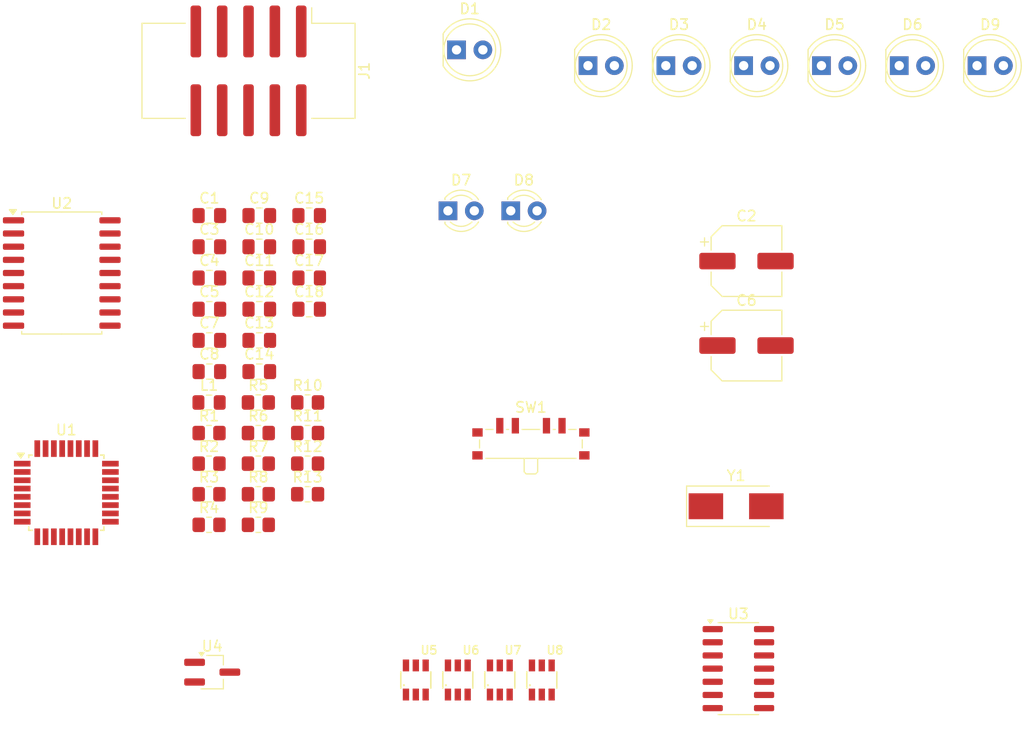
<source format=kicad_pcb>
(kicad_pcb (version 20240108) (generator "pcbnew") (generator_version "8.0")
  (layers (0 "F.Cu" signal) (31 "B.Cu" signal) (34 "B.Paste" user) (35 "F.Paste" user) (36 "B.SilkS" user "B.Silkscreen") (37 "F.SilkS" user "F.Silkscreen") (38 "B.Mask" user) (39 "F.Mask" user) (44 "Edge.Cuts" user))
  (net 0 "")
  (net 1 "GND")
  (net 2 "+24V")
  (net 3 "+5V")
  (net 4 "Net-(U4-OUT)")
  (net 5 "Net-(U1-PB6{slash}XTAL1)")
  (net 6 "Net-(U1-PB7{slash}XTAL2)")
  (net 7 "+5VA")
  (net 8 "Net-(U6-I)")
  (net 9 "Net-(U7-I)")
  (net 10 "Net-(U8-I)")
  (net 11 "Net-(U5-I)")
  (net 12 "/isp_mosi")
  (net 13 "/isp_sck")
  (net 14 "/{slash}reset")
  (net 15 "/isp_miso")
  (net 17 "Net-(D1-K)")
  (net 18 "Net-(D2-K)")
  (net 19 "Net-(D3-K)")
  (net 20 "Net-(D4-K)")
  (net 21 "Net-(D5-K)")
  (net 22 "Net-(D6-K)")
  (net 23 "Net-(D7-K)")
  (net 24 "Net-(D8-K)")
  (net 25 "/p_sens_1")
  (net 26 "/p_sens_2")
  (net 27 "Net-(J10-Pin_1)")
  (net 28 "/nz_led")
  (net 29 "Net-(D9-K)")
  (net 30 "/m_trig_l")
  (net 31 "/o_touch_1")
  (net 32 "/uv_sens")
  (net 33 "/o_touch_3")
  (net 34 "/uv_res")
  (net 35 "/o_pump_1")
  (net 36 "/led_sck")
  (net 37 "/o_uv_light")
  (net 38 "/ft_res")
  (net 39 "/m_trig_r")
  (net 40 "/o_pump_2")
  (net 41 "/o_touch_4")
  (net 42 "/usart_rxd")
  (net 43 "/led_sda")
  (net 44 "/o_touch_2")
  (net 45 "/usart_txd")
  (net 46 "Net-(D1-A)")
  (net 47 "Net-(D2-A)")
  (net 48 "Net-(D3-A)")
  (net 49 "Net-(D4-A)")
  (net 50 "Net-(D5-A)")
  (net 51 "Net-(D6-A)")
  (net 52 "Net-(D7-A)")
  (net 53 "Net-(D8-A)")
  (net 54 "/o_qty_led")
  (net 55 "Net-(J4-Pin_2)")
  (net 56 "Net-(J5-Pin_2)")
  (net 57 "Net-(J3-Pin_2)")
  (footprint "Capacitor_SMD:C_0805_2012Metric_Pad1.18x1.45mm_HandSolder" (layer "F.Cu") (at 131.0375 101.5)
    (property "Reference" "C13" (at 0 -1.68 0) (layer "F.SilkS"))
    (property "Value" "C_Small")
    (pad "1" smd roundrect (at -1.0375 0) (size 1.175 1.45) (layers "F.Cu" "F.Paste" "F.Mask") (roundrect_rratio 0.212766) (net 3 "+5V"))
    (pad "2" smd roundrect (at 1.0375 0) (size 1.175 1.45) (layers "F.Cu" "F.Paste" "F.Mask") (roundrect_rratio 0.212766) (net 1 "GND"))
  )
  (footprint "Resistor_SMD:R_0805_2012Metric_Pad1.20x1.40mm_HandSolder" (layer "F.Cu") (at 135.6975 116.34)
    (property "Reference" "R13" (at 0 -1.65 0) (layer "F.SilkS"))
    (property "Value" "R_Small_US")
    (pad "1" smd roundrect (at -1 0) (size 1.2 1.4) (layers "F.Cu" "F.Paste" "F.Mask") (roundrect_rratio 0.208333) (net 29 "Net-(D9-K)"))
    (pad "2" smd roundrect (at 1 0) (size 1.2 1.4) (layers "F.Cu" "F.Paste" "F.Mask") (roundrect_rratio 0.208333) (net 1 "GND"))
  )
  (footprint "Resistor_SMD:R_0805_2012Metric_Pad1.20x1.40mm_HandSolder" (layer "F.Cu") (at 135.6975 110.44)
    (property "Reference" "R11" (at 0 -1.65 0) (layer "F.SilkS"))
    (property "Value" "R_Small_US")
    (pad "1" smd roundrect (at -1 0) (size 1.2 1.4) (layers "F.Cu" "F.Paste" "F.Mask") (roundrect_rratio 0.208333) (net 26 "/p_sens_2"))
    (pad "2" smd roundrect (at 1 0) (size 1.2 1.4) (layers "F.Cu" "F.Paste" "F.Mask") (roundrect_rratio 0.208333) (net 1 "GND"))
  )
  (footprint "Resistor_SMD:R_0805_2012Metric_Pad1.20x1.40mm_HandSolder" (layer "F.Cu") (at 126.1975 119.29)
    (property "Reference" "R4" (at 0 -1.65 0) (layer "F.SilkS"))
    (property "Value" "R_Small_US")
    (pad "1" smd roundrect (at -1 0) (size 1.2 1.4) (layers "F.Cu" "F.Paste" "F.Mask") (roundrect_rratio 0.208333) (net 1 "GND"))
    (pad "2" smd roundrect (at 1 0) (size 1.2 1.4) (layers "F.Cu" "F.Paste" "F.Mask") (roundrect_rratio 0.208333) (net 19 "Net-(D3-K)"))
  )
  (footprint "LED_THT:LED_D5.0mm_Clear" (layer "F.Cu") (at 150.05 73.475)
    (property "Reference" "D1" (at 1.27 -3.96 0) (layer "F.SilkS"))
    (property "Value" "LED")
    (pad "1" thru_hole rect (at 0 0) (size 1.8 1.8) (drill 0.9) (layers "*.Cu" "*.Mask") (net 17 "Net-(D1-K)"))
    (pad "2" thru_hole circle (at 2.54 0) (size 1.8 1.8) (drill 0.9) (layers "*.Cu" "*.Mask") (net 46 "Net-(D1-A)"))
  )
  (footprint "Hardware:SOT23-6" (layer "F.Cu") (at 146.126 134.256)
    (property "Reference" "U5" (at 1.27 -2.8704 0) (layer "F.SilkS") (effects (font (size 0.8 0.8))))
    (property "Value" "TTP223-BA6")
    (pad "1" smd rect (at -0.95 1.404) (size 0.6096 1.143) (layers "F.Cu" "F.Paste" "F.Mask") (net 31 "/o_touch_1"))
    (pad "2" smd rect (at 0 1.404) (size 0.6096 1.143) (layers "F.Cu" "F.Paste" "F.Mask") (net 1 "GND"))
    (pad "3" smd rect (at 0.95 1.404) (size 0.6096 1.143) (layers "F.Cu" "F.Paste" "F.Mask") (net 11 "Net-(U5-I)"))
    (pad "4" smd rect (at 0.95 -1.404) (size 0.6096 1.143) (layers "F.Cu" "F.Paste" "F.Mask") (net 3 "+5V"))
    (pad "5" smd rect (at 0 -1.404) (size 0.6096 1.143) (layers "F.Cu" "F.Paste" "F.Mask") (net 3 "+5V"))
    (pad "6" smd rect (at -0.95 -1.404) (size 0.6096 1.143) (layers "F.Cu" "F.Paste" "F.Mask") (net 1 "GND"))
  )
  (footprint "Capacitor_SMD:C_0805_2012Metric_Pad1.18x1.45mm_HandSolder" (layer "F.Cu") (at 135.8475 98.49)
    (property "Reference" "C18" (at 0 -1.68 0) (layer "F.SilkS"))
    (property "Value" "C_Small")
    (pad "1" smd roundrect (at -1.0375 0) (size 1.175 1.45) (layers "F.Cu" "F.Paste" "F.Mask") (roundrect_rratio 0.212766) (net 11 "Net-(U5-I)"))
    (pad "2" smd roundrect (at 1.0375 0) (size 1.175 1.45) (layers "F.Cu" "F.Paste" "F.Mask") (roundrect_rratio 0.212766) (net 1 "GND"))
  )
  (footprint "Hardware:SOT23-6" (layer "F.Cu") (at 154.222 134.256)
    (property "Reference" "U7" (at 1.27 -2.8704 0) (layer "F.SilkS") (effects (font (size 0.8 0.8))))
    (property "Value" "TTP223-BA6")
    (pad "1" smd rect (at -0.95 1.404) (size 0.6096 1.143) (layers "F.Cu" "F.Paste" "F.Mask") (net 33 "/o_touch_3"))
    (pad "2" smd rect (at 0 1.404) (size 0.6096 1.143) (layers "F.Cu" "F.Paste" "F.Mask") (net 1 "GND"))
    (pad "3" smd rect (at 0.95 1.404) (size 0.6096 1.143) (layers "F.Cu" "F.Paste" "F.Mask") (net 9 "Net-(U7-I)"))
    (pad "4" smd rect (at 0.95 -1.404) (size 0.6096 1.143) (layers "F.Cu" "F.Paste" "F.Mask") (net 3 "+5V"))
    (pad "5" smd rect (at 0 -1.404) (size 0.6096 1.143) (layers "F.Cu" "F.Paste" "F.Mask") (net 3 "+5V"))
    (pad "6" smd rect (at -0.95 -1.404) (size 0.6096 1.143) (layers "F.Cu" "F.Paste" "F.Mask") (net 1 "GND"))
  )
  (footprint "Capacitor_SMD:C_0805_2012Metric_Pad1.18x1.45mm_HandSolder" (layer "F.Cu") (at 126.2275 98.49)
    (property "Reference" "C5" (at 0 -1.68 0) (layer "F.SilkS"))
    (property "Value" "C_Small")
    (pad "1" smd roundrect (at -1.0375 0) (size 1.175 1.45) (layers "F.Cu" "F.Paste" "F.Mask") (roundrect_rratio 0.212766) (net 3 "+5V"))
    (pad "2" smd roundrect (at 1.0375 0) (size 1.175 1.45) (layers "F.Cu" "F.Paste" "F.Mask") (roundrect_rratio 0.212766) (net 1 "GND"))
  )
  (footprint "LED_THT:LED_D3.0mm_Clear" (layer "F.Cu") (at 149.225 89)
    (property "Reference" "D7" (at 1.27 -2.96 0) (layer "F.SilkS"))
    (property "Value" "LED")
    (pad "1" thru_hole rect (at 0 0) (size 1.8 1.8) (drill 0.9) (layers "*.Cu" "*.Mask") (net 23 "Net-(D7-K)"))
    (pad "2" thru_hole circle (at 2.54 0) (size 1.8 1.8) (drill 0.9) (layers "*.Cu" "*.Mask") (net 52 "Net-(D7-A)"))
  )
  (footprint "Resistor_SMD:R_0805_2012Metric_Pad1.20x1.40mm_HandSolder" (layer "F.Cu") (at 135.6975 113.39)
    (property "Reference" "R12" (at 0 -1.65 0) (layer "F.SilkS"))
    (property "Value" "R_Small_US")
    (pad "1" smd roundrect (at -1 0) (size 1.2 1.4) (layers "F.Cu" "F.Paste" "F.Mask") (roundrect_rratio 0.208333) (net 27 "Net-(J10-Pin_1)"))
    (pad "2" smd roundrect (at 1 0) (size 1.2 1.4) (layers "F.Cu" "F.Paste" "F.Mask") (roundrect_rratio 0.208333) (net 28 "/nz_led"))
  )
  (footprint "Capacitor_SMD:C_0805_2012Metric_Pad1.18x1.45mm_HandSolder" (layer "F.Cu") (at 131.0375 98.49)
    (property "Reference" "C12" (at 0 -1.68 0) (layer "F.SilkS"))
    (property "Value" "C_Small")
    (pad "1" smd roundrect (at -1.0375 0) (size 1.175 1.45) (layers "F.Cu" "F.Paste" "F.Mask") (roundrect_rratio 0.212766) (net 6 "Net-(U1-PB7{slash}XTAL2)"))
    (pad "2" smd roundrect (at 1.0375 0) (size 1.175 1.45) (layers "F.Cu" "F.Paste" "F.Mask") (roundrect_rratio 0.212766) (net 1 "GND"))
  )
  (footprint "Capacitor_SMD:C_0805_2012Metric_Pad1.18x1.45mm_HandSolder" (layer "F.Cu") (at 131.0375 95.48)
    (property "Reference" "C11" (at 0 -1.68 0) (layer "F.SilkS"))
    (property "Value" "C_Small")
    (pad "1" smd roundrect (at -1.0375 0) (size 1.175 1.45) (layers "F.Cu" "F.Paste" "F.Mask") (roundrect_rratio 0.212766) (net 5 "Net-(U1-PB6{slash}XTAL1)"))
    (pad "2" smd roundrect (at 1.0375 0) (size 1.175 1.45) (layers "F.Cu" "F.Paste" "F.Mask") (roundrect_rratio 0.212766) (net 1 "GND"))
  )
  (footprint "LED_THT:LED_D5.0mm_Clear" (layer "F.Cu") (at 177.725 75)
    (property "Reference" "D4" (at 1.27 -3.96 0) (layer "F.SilkS"))
    (property "Value" "LED")
    (pad "1" thru_hole rect (at 0 0) (size 1.8 1.8) (drill 0.9) (layers "*.Cu" "*.Mask") (net 20 "Net-(D4-K)"))
    (pad "2" thru_hole circle (at 2.54 0) (size 1.8 1.8) (drill 0.9) (layers "*.Cu" "*.Mask") (net 49 "Net-(D4-A)"))
  )
  (footprint "Resistor_SMD:R_0805_2012Metric_Pad1.20x1.40mm_HandSolder" (layer "F.Cu") (at 130.9475 107.49)
    (property "Reference" "R5" (at 0 -1.65 0) (layer "F.SilkS"))
    (property "Value" "R_Small_US")
    (pad "1" smd roundrect (at -1 0) (size 1.2 1.4) (layers "F.Cu" "F.Paste" "F.Mask") (roundrect_rratio 0.208333) (net 20 "Net-(D4-K)"))
    (pad "2" smd roundrect (at 1 0) (size 1.2 1.4) (layers "F.Cu" "F.Paste" "F.Mask") (roundrect_rratio 0.208333) (net 1 "GND"))
  )
  (footprint "Resistor_SMD:R_0805_2012Metric_Pad1.20x1.40mm_HandSolder" (layer "F.Cu") (at 135.6975 107.49)
    (property "Reference" "R10" (at 0 -1.65 0) (layer "F.SilkS"))
    (property "Value" "R_Small_US")
    (pad "1" smd roundrect (at -1 0) (size 1.2 1.4) (layers "F.Cu" "F.Paste" "F.Mask") (roundrect_rratio 0.208333) (net 25 "/p_sens_1"))
    (pad "2" smd roundrect (at 1 0) (size 1.2 1.4) (layers "F.Cu" "F.Paste" "F.Mask") (roundrect_rratio 0.208333) (net 1 "GND"))
  )
  (footprint "Capacitor_SMD:C_0805_2012Metric_Pad1.18x1.45mm_HandSolder" (layer "F.Cu") (at 135.8475 92.47)
    (property "Reference" "C16" (at 0 -1.68 0) (layer "F.SilkS"))
    (property "Value" "C_Small")
    (pad "1" smd roundrect (at -1.0375 0) (size 1.175 1.45) (layers "F.Cu" "F.Paste" "F.Mask") (roundrect_rratio 0.212766) (net 9 "Net-(U7-I)"))
    (pad "2" smd roundrect (at 1.0375 0) (size 1.175 1.45) (layers "F.Cu" "F.Paste" "F.Mask") (roundrect_rratio 0.212766) (net 1 "GND"))
  )
  (footprint "LED_THT:LED_D5.0mm_Clear" (layer "F.Cu") (at 170.225 75)
    (property "Reference" "D3" (at 1.27 -3.96 0) (layer "F.SilkS"))
    (property "Value" "LED")
    (pad "1" thru_hole rect (at 0 0) (size 1.8 1.8) (drill 0.9) (layers "*.Cu" "*.Mask") (net 19 "Net-(D3-K)"))
    (pad "2" thru_hole circle (at 2.54 0) (size 1.8 1.8) (drill 0.9) (layers "*.Cu" "*.Mask") (net 48 "Net-(D3-A)"))
  )
  (footprint "Capacitor_SMD:C_0805_2012Metric_Pad1.18x1.45mm_HandSolder" (layer "F.Cu") (at 126.2275 89.46)
    (property "Reference" "C1" (at 0 -1.68 0) (layer "F.SilkS"))
    (property "Value" "C_Small")
    (pad "1" smd roundrect (at -1.0375 0) (size 1.175 1.45) (layers "F.Cu" "F.Paste" "F.Mask") (roundrect_rratio 0.212766) (net 2 "+24V"))
    (pad "2" smd roundrect (at 1.0375 0) (size 1.175 1.45) (layers "F.Cu" "F.Paste" "F.Mask") (roundrect_rratio 0.212766) (net 1 "GND"))
  )
  (footprint "Capacitor_SMD:CP_Elec_6.3x5.4" (layer "F.Cu") (at 178 93.85)
    (property "Reference" "C2" (at 0 -4.35 0) (layer "F.SilkS"))
    (property "Value" "C_Polarized_Small_US")
    (pad "1" smd roundrect (at -2.8 0) (size 3.5 1.6) (layers "F.Cu" "F.Paste" "F.Mask") (roundrect_rratio 0.15625) (net 4 "Net-(U4-OUT)"))
    (pad "2" smd roundrect (at 2.8 0) (size 3.5 1.6) (layers "F.Cu" "F.Paste" "F.Mask") (roundrect_rratio 0.15625) (net 1 "GND"))
  )
  (footprint "Resistor_SMD:R_0805_2012Metric_Pad1.20x1.40mm_HandSolder" (layer "F.Cu") (at 130.9475 113.39)
    (property "Reference" "R7" (at 0 -1.65 0) (layer "F.SilkS"))
    (property "Value" "R_Small_US")
    (pad "1" smd roundrect (at -1 0) (size 1.2 1.4) (layers "F.Cu" "F.Paste" "F.Mask") (roundrect_rratio 0.208333) (net 22 "Net-(D6-K)"))
    (pad "2" smd roundrect (at 1 0) (size 1.2 1.4) (layers "F.Cu" "F.Paste" "F.Mask") (roundrect_rratio 0.208333) (net 1 "GND"))
  )
  (footprint "Resistor_SMD:R_0805_2012Metric_Pad1.20x1.40mm_HandSolder" (layer "F.Cu") (at 130.9475 110.44)
    (property "Reference" "R6" (at 0 -1.65 0) (layer "F.SilkS"))
    (property "Value" "R_Small_US")
    (pad "1" smd roundrect (at -1 0) (size 1.2 1.4) (layers "F.Cu" "F.Paste" "F.Mask") (roundrect_rratio 0.208333) (net 1 "GND"))
    (pad "2" smd roundrect (at 1 0) (size 1.2 1.4) (layers "F.Cu" "F.Paste" "F.Mask") (roundrect_rratio 0.208333) (net 21 "Net-(D5-K)"))
  )
  (footprint "Inductor_SMD:L_0805_2012Metric_Pad1.15x1.40mm_HandSolder" (layer "F.Cu") (at 126.1975 107.49)
    (property "Reference" "L1" (at 0 -1.65 0) (layer "F.SilkS"))
    (property "Value" "L_Ferrite_Small")
    (pad "1" smd roundrect (at -1.025 0) (size 1.15 1.4) (layers "F.Cu" "F.Paste" "F.Mask") (roundrect_rratio 0.217391) (net 3 "+5V"))
    (pad "2" smd roundrect (at 1.025 0) (size 1.15 1.4) (layers "F.Cu" "F.Paste" "F.Mask") (roundrect_rratio 0.217391) (net 7 "+5VA"))
  )
  (footprint "Capacitor_SMD:C_0805_2012Metric_Pad1.18x1.45mm_HandSolder" (layer "F.Cu") (at 135.8475 95.48)
    (property "Reference" "C17" (at 0 -1.68 0) (layer "F.SilkS"))
    (property "Value" "C_Small")
    (pad "1" smd roundrect (at -1.0375 0) (size 1.175 1.45) (layers "F.Cu" "F.Paste" "F.Mask") (roundrect_rratio 0.212766) (net 10 "Net-(U8-I)"))
    (pad "2" smd roundrect (at 1.0375 0) (size 1.175 1.45) (layers "F.Cu" "F.Paste" "F.Mask") (roundrect_rratio 0.212766) (net 1 "GND"))
  )
  (footprint "Capacitor_SMD:C_0805_2012Metric_Pad1.18x1.45mm_HandSolder" (layer "F.Cu") (at 131.0375 104.51)
    (property "Reference" "C14" (at 0 -1.68 0) (layer "F.SilkS"))
    (property "Value" "C_Small")
    (pad "1" smd roundrect (at -1.0375 0) (size 1.175 1.45) (layers "F.Cu" "F.Paste" "F.Mask") (roundrect_rratio 0.212766) (net 7 "+5VA"))
    (pad "2" smd roundrect (at 1.0375 0) (size 1.175 1.45) (layers "F.Cu" "F.Paste" "F.Mask") (roundrect_rratio 0.212766) (net 1 "GND"))
  )
  (footprint "Capacitor_SMD:C_0805_2012Metric_Pad1.18x1.45mm_HandSolder" (layer "F.Cu") (at 126.2275 101.5)
    (property "Reference" "C7" (at 0 -1.68 0) (layer "F.SilkS"))
    (property "Value" "C_Small")
    (pad "1" smd roundrect (at -1.0375 0) (size 1.175 1.45) (layers "F.Cu" "F.Paste" "F.Mask") (roundrect_rratio 0.212766) (net 3 "+5V"))
    (pad "2" smd roundrect (at 1.0375 0) (size 1.175 1.45) (layers "F.Cu" "F.Paste" "F.Mask") (roundrect_rratio 0.212766) (net 1 "GND"))
  )
  (footprint "Capacitor_SMD:CP_Elec_6.3x5.4" (layer "F.Cu") (at 178 102)
    (property "Reference" "C6" (at 0 -4.35 0) (layer "F.SilkS"))
    (property "Value" "C_Polarized_Small_US")
    (pad "1" smd roundrect (at -2.8 0) (size 3.5 1.6) (layers "F.Cu" "F.Paste" "F.Mask") (roundrect_rratio 0.15625) (net 2 "+24V"))
    (pad "2" smd roundrect (at 2.8 0) (size 3.5 1.6) (layers "F.Cu" "F.Paste" "F.Mask") (roundrect_rratio 0.15625) (net 1 "GND"))
  )
  (footprint "LED_THT:LED_D5.0mm_Clear" (layer "F.Cu") (at 200.225 75)
    (property "Reference" "D9" (at 1.27 -3.96 0) (layer "F.SilkS"))
    (property "Value" "LED")
    (pad "1" thru_hole rect (at 0 0) (size 1.8 1.8) (drill 0.9) (layers "*.Cu" "*.Mask") (net 29 "Net-(D9-K)"))
    (pad "2" thru_hole circle (at 2.54 0) (size 1.8 1.8) (drill 0.9) (layers "*.Cu" "*.Mask") (net 54 "/o_qty_led"))
  )
  (footprint "Resistor_SMD:R_0805_2012Metric_Pad1.20x1.40mm_HandSolder" (layer "F.Cu") (at 130.9475 119.29)
    (property "Reference" "R9" (at 0 -1.65 0) (layer "F.SilkS"))
    (property "Value" "R_Small_US")
    (pad "1" smd roundrect (at -1 0) (size 1.2 1.4) (layers "F.Cu" "F.Paste" "F.Mask") (roundrect_rratio 0.208333) (net 24 "Net-(D8-K)"))
    (pad "2" smd roundrect (at 1 0) (size 1.2 1.4) (layers "F.Cu" "F.Paste" "F.Mask") (roundrect_rratio 0.208333) (net 1 "GND"))
  )
  (footprint "Package_SO:SOIC-18W_7.5x11.6mm_P1.27mm" (layer "F.Cu") (at 112 95)
    (property "Reference" "U2" (at 0 -6.72 0) (layer "F.SilkS"))
    (property "Value" "ULN2803A")
    (pad "1" smd roundrect (at -4.65 -5.08) (size 2.05 0.6) (layers "F.Cu" "F.Paste" "F.Mask") (net 35 "/o_pump_1"))
    (pad "2" smd roundrect (at -4.65 -3.81) (size 2.05 0.6) (layers "F.Cu" "F.Paste" "F.Mask") (net 35 "/o_pump_1"))
    (pad "3" smd roundrect (at -4.65 -2.54) (size 2.05 0.6) (layers "F.Cu" "F.Paste" "F.Mask") (net 35 "/o_pump_1"))
    (pad "4" smd roundrect (at -4.65 -1.27) (size 2.05 0.6) (layers "F.Cu" "F.Paste" "F.Mask") (net 40 "/o_pump_2"))
    (pad "5" smd roundrect (at -4.65 0) (size 2.05 0.6) (layers "F.Cu" "F.Paste" "F.Mask") (net 40 "/o_pump_2"))
    (pad "6" smd roundrect (at -4.65 1.27) (size 2.05 0.6) (layers "F.Cu" "F.Paste" "F.Mask") (net 40 "/o_pump_2"))
    (pad "7" smd roundrect (at -4.65 2.54) (size 2.05 0.6) (layers "F.Cu" "F.Paste" "F.Mask") (net 37 "/o_uv_light"))
    (pad "8" smd roundrect (at -4.65 3.81) (size 2.05 0.6) (layers "F.Cu" "F.Paste" "F.Mask") (net 37 "/o_uv_light"))
    (pad "9" smd roundrect (at -4.65 5.08) (size 2.05 0.6) (layers "F.Cu" "F.Paste" "F.Mask") (net 1 "GND"))
    (pad "10" smd roundrect (at 4.65 5.08) (size 2.05 0.6) (layers "F.Cu" "F.Paste" "F.Mask") (net 2 "+24V"))
    (pad "11" smd roundrect (at 4.65 3.81) (size 2.05 0.6) (layers "F.Cu" "F.Paste" "F.Mask") (net 56 "Net-(J5-Pin_2)"))
    (pad "12" smd roundrect (at 4.65 2.54) (size 2.05 0.6) (layers "F.Cu" "F.Paste" "F.Mask") (net 56 "Net-(J5-Pin_2)"))
    (pad "13" smd roundrect (at 4.65 1.27) (size 2.05 0.6) (layers "F.Cu" "F.Paste" "F.Mask") (net 55 "Net-(J4-Pin_2)"))
    (pad "14" smd roundrect (at 4.65 0) (size 2.05 0.6) (layers "F.Cu" "F.Paste" "F.Mask") (net 55 "Net-(J4-Pin_2)"))
    (pad "15" smd roundrect (at 4.65 -1.27) (size 2.05 0.6) (layers "F.Cu" "F.Paste" "F.Mask") (net 55 "Net-(J4-Pin_2)"))
    (pad "16" smd roundrect (at 4.65 -2.54) (size 2.05 0.6) (layers "F.Cu" "F.Paste" "F.Mask") (net 57 "Net-(J3-Pin_2)"))
    (pad "17" smd roundrect (at 4.65 -3.81) (size 2.05 0.6) (layers "F.Cu" "F.Paste" "F.Mask") (net 57 "Net-(J3-Pin_2)"))
    (pad "18" smd roundrect (at 4.65 -5.08) (size 2.05 0.6) (layers "F.Cu" "F.Paste" "F.Mask") (net 57 "Net-(J3-Pin_2)"))
  )
  (footprint "Capacitor_SMD:C_0805_2012Metric_Pad1.18x1.45mm_HandSolder" (layer "F.Cu") (at 131.0375 89.46)
    (property "Reference" "C9" (at 0 -1.68 0) (layer "F.SilkS"))
    (property "Value" "C_Small")
    (pad "1" smd roundrect (at -1.0375 0) (size 1.175 1.45) (layers "F.Cu" "F.Paste" "F.Mask") (roundrect_rratio 0.212766) (net 3 "+5V"))
    (pad "2" smd roundrect (at 1.0375 0) (size 1.175 1.45) (layers "F.Cu" "F.Paste" "F.Mask") (roundrect_rratio 0.212766) (net 1 "GND"))
  )
  (footprint "Button_Switch_SMD:SW_SP3T_PCM13" (layer "F.Cu") (at 157.22 111.16)
    (property "Reference" "SW1" (at 0 -3.2 0) (layer "F.SilkS"))
    (property "Value" "SW_MEC_5E")
    (pad "" smd rect (at -5.15 -0.78) (size 1 0.8) (layers "F.Cu" "F.Paste" "F.Mask"))
    (pad "" smd rect (at -5.15 1.43) (size 1 0.8) (layers "F.Cu" "F.Paste" "F.Mask"))
    (pad "" np_thru_hole circle (at -2.5 0.33) (size 0.9 0.9) (drill 0.9) (layers "*.Cu" "*.Mask"))
    (pad "" np_thru_hole circle (at 2.5 0.33) (size 0.9 0.9) (drill 0.9) (layers "*.Cu" "*.Mask"))
    (pad "" smd rect (at 5.15 -0.78) (size 1 0.8) (layers "F.Cu" "F.Paste" "F.Mask"))
    (pad "" smd rect (at 5.15 1.43) (size 1 0.8) (layers "F.Cu" "F.Paste" "F.Mask"))
    (pad "1" smd rect (at -3 -1.43) (size 0.7 1.5) (layers "F.Cu" "F.Paste" "F.Mask") (net 1 "GND"))
    (pad "2" smd rect (at -1.5 -1.43) (size 0.7 1.5) (layers "F.Cu" "F.Paste" "F.Mask") (net 1 "GND"))
    (pad "3" smd rect (at 1.5 -1.43) (size 0.7 1.5) (layers "F.Cu" "F.Paste" "F.Mask") (net 14 "/{slash}reset"))
    (pad "4" smd rect (at 3 -1.43) (size 0.7 1.5) (layers "F.Cu" "F.Paste" "F.Mask") (net 14 "/{slash}reset"))
  )
  (footprint "Resistor_SMD:R_0805_2012Metric_Pad1.20x1.40mm_HandSolder" (layer "F.Cu") (at 126.1975 113.39)
    (property "Reference" "R2" (at 0 -1.65 0) (layer "F.SilkS"))
    (property "Value" "R_Small_US")
    (pad "1" smd roundrect (at -1 0) (size 1.2 1.4) (layers "F.Cu" "F.Paste" "F.Mask") (roundrect_rratio 0.208333) (net 1 "GND"))
    (pad "2" smd roundrect (at 1 0) (size 1.2 1.4) (layers "F.Cu" "F.Paste" "F.Mask") (roundrect_rratio 0.208333) (net 17 "Net-(D1-K)"))
  )
  (footprint "Crystal:Crystal_SMD_0603-2Pin_6.0x3.5mm_HandSoldering" (layer "F.Cu") (at 177 117.5)
    (property "Reference" "Y1" (at 0 -2.95 0) (layer "F.SilkS"))
    (property "Value" "Crystal_Small")
    (pad "1" smd rect (at -2.9125 0) (size 3.325 2.5) (layers "F.Cu" "F.Paste" "F.Mask") (net 5 "Net-(U1-PB6{slash}XTAL1)"))
    (pad "2" smd rect (at 2.9125 0) (size 3.325 2.5) (layers "F.Cu" "F.Paste" "F.Mask") (net 6 "Net-(U1-PB7{slash}XTAL2)"))
  )
  (footprint "Package_SO:SOIC-14_3.9x8.7mm_P1.27mm" (layer "F.Cu") (at 177.22 133.16)
    (property "Reference" "U3" (at 0 -5.28 0) (layer "F.SilkS"))
    (property "Value" "74HC164")
    (pad "1" smd roundrect (at -2.475 -3.81) (size 1.95 0.6) (layers "F.Cu" "F.Paste" "F.Mask") (net 43 "/led_sda"))
    (pad "2" smd roundrect (at -2.475 -2.54) (size 1.95 0.6) (layers "F.Cu" "F.Paste" "F.Mask") (net 43 "/led_sda"))
    (pad "3" smd roundrect (at -2.475 -1.27) (size 1.95 0.6) (layers "F.Cu" "F.Paste" "F.Mask") (net 46 "Net-(D1-A)"))
    (pad "4" smd roundrect (at -2.475 0) (size 1.95 0.6) (layers "F.Cu" "F.Paste" "F.Mask") (net 47 "Net-(D2-A)"))
    (pad "5" smd roundrect (at -2.475 1.27) (size 1.95 0.6) (layers "F.Cu" "F.Paste" "F.Mask") (net 48 "Net-(D3-A)"))
    (pad "6" smd roundrect (at -2.475 2.54) (size 1.95 0.6) (layers "F.Cu" "F.Paste" "F.Mask") (net 49 "Net-(D4-A)"))
    (pad "7" smd roundrect (at -2.475 3.81) (size 1.95 0.6) (layers "F.Cu" "F.Paste" "F.Mask") (net 1 "GND"))
    (pad "8" smd roundrect (at 2.475 3.81) (size 1.95 0.6) (layers "F.Cu" "F.Paste" "F.Mask") (net 36 "/led_sck"))
    (pad "9" smd roundrect (at 2.475 2.54) (size 1.95 0.6) (layers "F.Cu" "F.Paste" "F.Mask") (net 3 "+5V"))
    (pad "10" smd roundrect (at 2.475 1.27) (size 1.95 0.6) (layers "F.Cu" "F.Paste" "F.Mask") (net 50 "Net-(D5-A)"))
    (pad "11" smd roundrect (at 2.475 0) (size 1.95 0.6) (layers "F.Cu" "F.Paste" "F.Mask") (net 51 "Net-(D6-A)"))
    (pad "12" smd roundrect (at 2.475 -1.27) (size 1.95 0.6) (layers "F.Cu" "F.Paste" "F.Mask") (net 52 "Net-(D7-A)"))
    (pad "13" smd roundrect (at 2.475 -2.54) (size 1.95 0.6) (layers "F.Cu" "F.Paste" "F.Mask") (net 53 "Net-(D8-A)"))
    (pad "14" smd roundrect (at 2.475 -3.81) (size 1.95 0.6) (layers "F.Cu" "F.Paste" "F.Mask") (net 3 "+5V"))
  )
  (footprint "Capacitor_SMD:C_0805_2012Metric_Pad1.18x1.45mm_HandSolder" (layer "F.Cu") (at 135.8475 89.46)
    (property "Reference" "C15" (at 0 -1.68 0) (layer "F.SilkS"))
    (property "Value" "C_Small")
    (pad "1" smd roundrect (at -1.0375 0) (size 1.175 1.45) (layers "F.Cu" "F.Paste" "F.Mask") (roundrect_rratio 0.212766) (net 8 "Net-(U6-I)"))
    (pad "2" smd roundrect (at 1.0375 0) (size 1.175 1.45) (layers "F.Cu" "F.Paste" "F.Mask") (roundrect_rratio 0.212766) (net 1 "GND"))
  )
  (footprint "Hardware:SOT23-6" (layer "F.Cu") (at 158.27 134.256)
    (property "Reference" "U8" (at 1.27 -2.8704 0) (layer "F.SilkS") (effects (font (size 0.8 0.8))))
    (property "Value" "TTP223-BA6")
    (pad "1" smd rect (at -0.95 1.404) (size 0.6096 1.143) (layers "F.Cu" "F.Paste" "F.Mask") (net 41 "/o_touch_4"))
    (pad "2" smd rect (at 0 1.404) (size 0.6096 1.143) (layers "F.Cu" "F.Paste" "F.Mask") (net 1 "GND"))
    (pad "3" smd rect (at 0.95 1.404) (size 0.6096 1.143) (layers "F.Cu" "F.Paste" "F.Mask") (net 10 "Net-(U8-I)"))
    (pad "4" smd rect (at 0.95 -1.404) (size 0.6096 1.143) (layers "F.Cu" "F.Paste" "F.Mask") (net 3 "+5V"))
    (pad "5" smd rect (at 0 -1.404) (size 0.6096 1.143) (layers "F.Cu" "F.Paste" "F.Mask") (net 3 "+5V"))
    (pad "6" smd rect (at -0.95 -1.404) (size 0.6096 1.143) (layers "F.Cu" "F.Paste" "F.Mask") (net 1 "GND"))
  )
  (footprint "LED_THT:LED_D3.0mm_Clear" (layer "F.Cu") (at 155.275 89)
    (property "Reference" "D8" (at 1.27 -2.96 0) (layer "F.SilkS"))
    (property "Value" "LED")
    (pad "1" thru_hole rect (at 0 0) (size 1.8 1.8) (drill 0.9) (layers "*.Cu" "*.Mask") (net 24 "Net-(D8-K)"))
    (pad "2" thru_hole circle (at 2.54 0) (size 1.8 1.8) (drill 0.9) (layers "*.Cu" "*.Mask") (net 53 "Net-(D8-A)"))
  )
  (footprint "Package_TO_SOT_SMD:SOT-23W_Handsoldering" (layer "F.Cu") (at 126.5 133.5)
    (property "Reference" "U4" (at 0 -2.5 0) (layer "F.SilkS"))
    (property "Value" "uA7805")
    (pad "1" smd roundrect (at -1.7 -0.95) (size 2 0.7) (layers "F.Cu" "F.Paste" "F.Mask") (net 2 "+24V"))
    (pad "2" smd roundrect (at -1.7 0.95) (size 2 0.7) (layers "F.Cu" "F.Paste" "F.Mask") (net 1 "GND"))
    (pad "3" smd roundrect (at 1.7 0) (size 2 0.7) (layers "F.Cu" "F.Paste" "F.Mask") (net 4 "Net-(U4-OUT)"))
  )
  (footprint "LED_THT:LED_D5.0mm_Clear" (layer "F.Cu") (at 162.725 75)
    (property "Reference" "D2" (at 1.27 -3.96 0) (layer "F.SilkS"))
    (property "Value" "LED")
    (pad "1" thru_hole rect (at 0 0) (size 1.8 1.8) (drill 0.9) (layers "*.Cu" "*.Mask") (net 18 "Net-(D2-K)"))
    (pad "2" thru_hole circle (at 2.54 0) (size 1.8 1.8) (drill 0.9) (layers "*.Cu" "*.Mask") (net 47 "Net-(D2-A)"))
  )
  (footprint "Capacitor_SMD:C_0805_2012Metric_Pad1.18x1.45mm_HandSolder" (layer "F.Cu") (at 126.2275 104.51)
    (property "Reference" "C8" (at 0 -1.68 0) (layer "F.SilkS"))
    (property "Value" "C_Small")
    (pad "1" smd roundrect (at -1.0375 0) (size 1.175 1.45) (layers "F.Cu" "F.Paste" "F.Mask") (roundrect_rratio 0.212766) (net 3 "+5V"))
    (pad "2" smd roundrect (at 1.0375 0) (size 1.175 1.45) (layers "F.Cu" "F.Paste" "F.Mask") (roundrect_rratio 0.212766) (net 1 "GND"))
  )
  (footprint "Capacitor_SMD:C_0805_2012Metric_Pad1.18x1.45mm_HandSolder" (layer "F.Cu") (at 126.2275 92.47)
    (property "Reference" "C3" (at 0 -1.68 0) (layer "F.SilkS"))
    (property "Value" "C_Small")
    (pad "1" smd roundrect (at -1.0375 0) (size 1.175 1.45) (layers "F.Cu" "F.Paste" "F.Mask") (roundrect_rratio 0.212766) (net 3 "+5V"))
    (pad "2" smd roundrect (at 1.0375 0) (size 1.175 1.45) (layers "F.Cu" "F.Paste" "F.Mask") (roundrect_rratio 0.212766) (net 1 "GND"))
  )
  (footprint "LED_THT:LED_D5.0mm_Clear" (layer "F.Cu") (at 192.725 75)
    (property "Reference" "D6" (at 1.27 -3.96 0) (layer "F.SilkS"))
    (property "Value" "LED")
    (pad "1" thru_hole rect (at 0 0) (size 1.8 1.8) (drill 0.9) (layers "*.Cu" "*.Mask") (net 22 "Net-(D6-K)"))
    (pad "2" thru_hole circle (at 2.54 0) (size 1.8 1.8) (drill 0.9) (layers "*.Cu" "*.Mask") (net 51 "Net-(D6-A)"))
  )
  (footprint "Capacitor_SMD:C_0805_2012Metric_Pad1.18x1.45mm_HandSolder" (layer "F.Cu") (at 126.2275 95.48)
    (property "Reference" "C4" (at 0 -1.68 0) (layer "F.SilkS"))
    (property "Value" "C_Small")
    (pad "1" smd roundrect (at -1.0375 0) (size 1.175 1.45) (layers "F.Cu" "F.Paste" "F.Mask") (roundrect_rratio 0.212766) (net 4 "Net-(U4-OUT)"))
    (pad "2" smd roundrect (at 1.0375 0) (size 1.175 1.45) (layers "F.Cu" "F.Paste" "F.Mask") (roundrect_rratio 0.212766) (net 1 "GND"))
  )
  (footprint "Connector_IDC:IDC-Header_2x05_P2.54mm_Vertical_SMD" (layer "F.Cu") (at 130 75.5 -90)
    (property "Reference" "J1" (at 0 -11.16 90) (layer "F.SilkS"))
    (property "Value" "AVR-ISP-10")
    (pad "1" smd roundrect (at -3.8 -5.08 270) (size 5 1.02) (layers "F.Cu" "F.Paste" "F.Mask") (net 12 "/isp_mosi"))
    (pad "2" smd roundrect (at 3.8 -5.08 270) (size 5 1.02) (layers "F.Cu" "F.Paste" "F.Mask") (net 3 "+5V"))
    (pad "3" smd roundrect (at -3.8 -2.54 270) (size 5 1.02) (layers "F.Cu" "F.Paste" "F.Mask"))
    (pad "4" smd roundrect (at 3.8 -2.54 270) (size 5 1.02) (layers "F.Cu" "F.Paste" "F.Mask") (net 1 "GND"))
    (pad "5" smd roundrect (at -3.8 0 270) (size 5 1.02) (layers "F.Cu" "F.Paste" "F.Mask") (net 14 "/{slash}reset"))
    (pad "6" smd roundrect (at 3.8 0 270) (size 5 1.02) (layers "F.Cu" "F.Paste" "F.Mask") (net 1 "GND"))
    (pad "7" smd roundrect (at -3.8 2.54 270) (size 5 1.02) (layers "F.Cu" "F.Paste" "F.Mask") (net 13 "/isp_sck"))
    (pad "8" smd roundrect (at 3.8 2.54 270) (size 5 1.02) (layers "F.Cu" "F.Paste" "F.Mask") (net 1 "GND"))
    (pad "9" smd roundrect (at -3.8 5.08 270) (size 5 1.02) (layers "F.Cu" "F.Paste" "F.Mask") (net 15 "/isp_miso"))
    (pad "10" smd roundrect (at 3.8 5.08 270) (size 5 1.02) (layers "F.Cu" "F.Paste" "F.Mask") (net 1 "GND"))
  )
  (footprint "LED_THT:LED_D5.0mm_Clear" (layer "F.Cu") (at 185.225 75)
    (property "Reference" "D5" (at 1.27 -3.96 0) (layer "F.SilkS"))
    (property "Value" "LED")
    (pad "1" thru_hole rect (at 0 0) (size 1.8 1.8) (drill 0.9) (layers "*.Cu" "*.Mask") (net 21 "Net-(D5-K)"))
    (pad "2" thru_hole circle (at 2.54 0) (size 1.8 1.8) (drill 0.9) (layers "*.Cu" "*.Mask") (net 50 "Net-(D5-A)"))
  )
  (footprint "Resistor_SMD:R_0805_2012Metric_Pad1.20x1.40mm_HandSolder" (layer "F.Cu") (at 130.9475 116.34)
    (property "Reference" "R8" (at 0 -1.65 0) (layer "F.SilkS"))
    (property "Value" "R_Small_US")
    (pad "1" smd roundrect (at -1 0) (size 1.2 1.4) (layers "F.Cu" "F.Paste" "F.Mask") (roundrect_rratio 0.208333) (net 1 "GND"))
    (pad "2" smd roundrect (at 1 0) (size 1.2 1.4) (layers "F.Cu" "F.Paste" "F.Mask") (roundrect_rratio 0.208333) (net 23 "Net-(D7-K)"))
  )
  (footprint "Capacitor_SMD:C_0805_2012Metric_Pad1.18x1.45mm_HandSolder" (layer "F.Cu") (at 131.0375 92.47)
    (property "Reference" "C10" (at 0 -1.68 0) (layer "F.SilkS"))
    (property "Value" "C_Small")
    (pad "1" smd roundrect (at -1.0375 0) (size 1.175 1.45) (layers "F.Cu" "F.Paste" "F.Mask") (roundrect_rratio 0.212766) (net 3 "+5V"))
    (pad "2" smd roundrect (at 1.0375 0) (size 1.175 1.45) (layers "F.Cu" "F.Paste" "F.Mask") (roundrect_rratio 0.212766) (net 1 "GND"))
  )
  (footprint "Resistor_SMD:R_0805_2012Metric_Pad1.20x1.40mm_HandSolder" (layer "F.Cu") (at 126.1975 110.44)
    (property "Reference" "R1" (at 0 -1.65 0) (layer "F.SilkS"))
    (property "Value" "R_Small_US")
    (pad "1" smd roundrect (at -1 0) (size 1.2 1.4) (layers "F.Cu" "F.Paste" "F.Mask") (roundrect_rratio 0.208333) (net 3 "+5V"))
    (pad "2" smd roundrect (at 1 0) (size 1.2 1.4) (layers "F.Cu" "F.Paste" "F.Mask") (roundrect_rratio 0.208333) (net 14 "/{slash}reset"))
  )
  (footprint "Package_QFP:TQFP-32_7x7mm_P0.8mm" (layer "F.Cu") (at 112.4375 116.19)
    (property "Reference" "U1" (at 0 -6.05 0) (layer "F.SilkS"))
    (property "Value" "ATmega8-16A")
    (pad "1" smd rect (at -4.25 -2.8) (size 1.6 0.55) (layers "F.Cu" "F.Paste" "F.Mask") (net 34 "/uv_res"))
    (pad "2" smd rect (at -4.25 -2) (size 1.6 0.55) (layers "F.Cu" "F.Paste" "F.Mask") (net 28 "/nz_led"))
    (pad "3" smd rect (at -4.25 -1.2) (size 1.6 0.55) (layers "F.Cu" "F.Paste" "F.Mask") (net 1 "GND"))
    (pad "4" smd rect (at -4.25 -0.4) (size 1.6 0.55) (layers "F.Cu" "F.Paste" "F.Mask") (net 3 "+5V"))
    (pad "5" smd rect (at -4.25 0.4) (size 1.6 0.55) (layers "F.Cu" "F.Paste" "F.Mask") (net 1 "GND"))
    (pad "6" smd rect (at -4.25 1.2) (size 1.6 0.55) (layers "F.Cu" "F.Paste" "F.Mask") (net 3 "+5V"))
    (pad "7" smd rect (at -4.25 2) (size 1.6 0.55) (layers "F.Cu" "F.Paste" "F.Mask") (net 5 "Net-(U1-PB6{slash}XTAL1)"))
    (pad "8" smd rect (at -4.25 2.8) (size 1.6 0.55) (layers "F.Cu" "F.Paste" "F.Mask") (net 6 "Net-(U1-PB7{slash}XTAL2)"))
    (pad "9" smd rect (at -2.8 4.25 90) (size 1.6 0.55) (layers "F.Cu" "F.Paste" "F.Mask") (net 32 "/uv_sens"))
    (pad "10" smd rect (at -2 4.25 90) (size 1.6 0.55) (layers "F.Cu" "F.Paste" "F.Mask") (net 30 "/m_trig_l"))
    (pad "11" smd rect (at -1.2 4.25 90) (size 1.6 0.55) (layers "F.Cu" "F.Paste" "F.Mask") (net 39 "/m_trig_r"))
    (pad "12" smd rect (at -0.4 4.25 90) (size 1.6 0.55) (layers "F.Cu" "F.Paste" "F.Mask") (net 35 "/o_pump_1"))
    (pad "13" smd rect (at 0.4 4.25 90) (size 1.6 0.55) (layers "F.Cu" "F.Paste" "F.Mask") (net 40 "/o_pump_2"))
    (pad "14" smd rect (at 1.2 4.25 90) (size 1.6 0.55) (layers "F.Cu" "F.Paste" "F.Mask") (net 37 "/o_uv_light"))
    (pad "15" smd rect (at 2 4.25 90) (size 1.6 0.55) (layers "F.Cu" "F.Paste" "F.Mask") (net 12 "/isp_mosi"))
    (pad "16" smd rect (at 2.8 4.25 90) (size 1.6 0.55) (layers "F.Cu" "F.Paste" "F.Mask") (net 15 "/isp_miso"))
    (pad "17" smd rect (at 4.25 2.8) (size 1.6 0.55) (layers "F.Cu" "F.Paste" "F.Mask") (net 13 "/isp_sck"))
    (pad "18" smd rect (at 4.25 2) (size 1.6 0.55) (layers "F.Cu" "F.Paste" "F.Mask") (net 3 "+5V"))
    (pad "19" smd rect (at 4.25 1.2) (size 1.6 0.55) (layers "F.Cu" "F.Paste" "F.Mask") (net 26 "/p_sens_2"))
    (pad "20" smd rect (at 4.25 0.4) (size 1.6 0.55) (layers "F.Cu" "F.Paste" "F.Mask") (net 7 "+5VA"))
    (pad "21" smd rect (at 4.25 -0.4) (size 1.6 0.55) (layers "F.Cu" "F.Paste" "F.Mask") (net 1 "GND"))
    (pad "22" smd rect (at 4.25 -1.2) (size 1.6 0.55) (layers "F.Cu" "F.Paste" "F.Mask") (net 25 "/p_sens_1"))
    (pad "23" smd rect (at 4.25 -2) (size 1.6 0.55) (layers "F.Cu" "F.Paste" "F.Mask") (net 31 "/o_touch_1"))
    (pad "24" smd rect (at 4.25 -2.8) (size 1.6 0.55) (layers "F.Cu" "F.Paste" "F.Mask") (net 44 "/o_touch_2"))
    (pad "25" smd rect (at 2.8 -4.25 90) (size 1.6 0.55) (layers "F.Cu" "F.Paste" "F.Mask") (net 33 "/o_touch_3"))
    (pad "26" smd rect (at 2 -4.25 90) (size 1.6 0.55) (layers "F.Cu" "F.Paste" "F.Mask") (net 41 "/o_touch_4"))
    (pad "27" smd rect (at 1.2 -4.25 90) (size 1.6 0.55) (layers "F.Cu" "F.Paste" "F.Mask") (net 36 "/led_sck"))
    (pad "28" smd rect (at 0.4 -4.25 90) (size 1.6 0.55) (layers "F.Cu" "F.Paste" "F.Mask") (net 43 "/led_sda"))
    (pad "29" smd rect (at -0.4 -4.25 90) (size 1.6 0.55) (layers "F.Cu" "F.Paste" "F.Mask") (net 14 "/{slash}reset"))
    (pad "30" smd rect (at -1.2 -4.25 90) (size 1.6 0.55) (layers "F.Cu" "F.Paste" "F.Mask") (net 42 "/usart_rxd"))
    (pad "31" smd rect (at -2 -4.25 90) (size 1.6 0.55) (layers "F.Cu" "F.Paste" "F.Mask") (net 45 "/usart_txd"))
    (pad "32" smd rect (at -2.8 -4.25 90) (size 1.6 0.55) (layers "F.Cu" "F.Paste" "F.Mask") (net 38 "/ft_res"))
  )
  (footprint "Resistor_SMD:R_0805_2012Metric_Pad1.20x1.40mm_HandSolder" (layer "F.Cu") (at 126.1975 116.34)
    (property "Reference" "R3" (at 0 -1.65 0) (layer "F.SilkS"))
    (property "Value" "R_Small_US")
    (pad "1" smd roundrect (at -1 0) (size 1.2 1.4) (layers "F.Cu" "F.Paste" "F.Mask") (roundrect_rratio 0.208333) (net 18 "Net-(D2-K)"))
    (pad "2" smd roundrect (at 1 0) (size 1.2 1.4) (layers "F.Cu" "F.Paste" "F.Mask") (roundrect_rratio 0.208333) (net 1 "GND"))
  )
  (footprint "Hardware:SOT23-6" (layer "F.Cu") (at 150.174 134.256)
    (property "Reference" "U6" (at 1.27 -2.8704 0) (layer "F.SilkS") (effects (font (size 0.8 0.8))))
    (property "Value" "TTP223-BA6")
    (pad "1" smd rect (at -0.95 1.404) (size 0.6096 1.143) (layers "F.Cu" "F.Paste" "F.Mask") (net 44 "/o_touch_2"))
    (pad "2" smd rect (at 0 1.404) (size 0.6096 1.143) (layers "F.Cu" "F.Paste" "F.Mask") (net 1 "GND"))
    (pad "3" smd rect (at 0.95 1.404) (size 0.6096 1.143) (layers "F.Cu" "F.Paste" "F.Mask") (net 8 "Net-(U6-I)"))
    (pad "4" smd rect (at 0.95 -1.404) (size 0.6096 1.143) (layers "F.Cu" "F.Paste" "F.Mask") (net 3 "+5V"))
    (pad "5" smd rect (at 0 -1.404) (size 0.6096 1.143) (layers "F.Cu" "F.Paste" "F.Mask") (net 3 "+5V"))
    (pad "6" smd rect (at -0.95 -1.404) (size 0.6096 1.143) (layers "F.Cu" "F.Paste" "F.Mask") (net 1 "GND"))
  )
)
</source>
